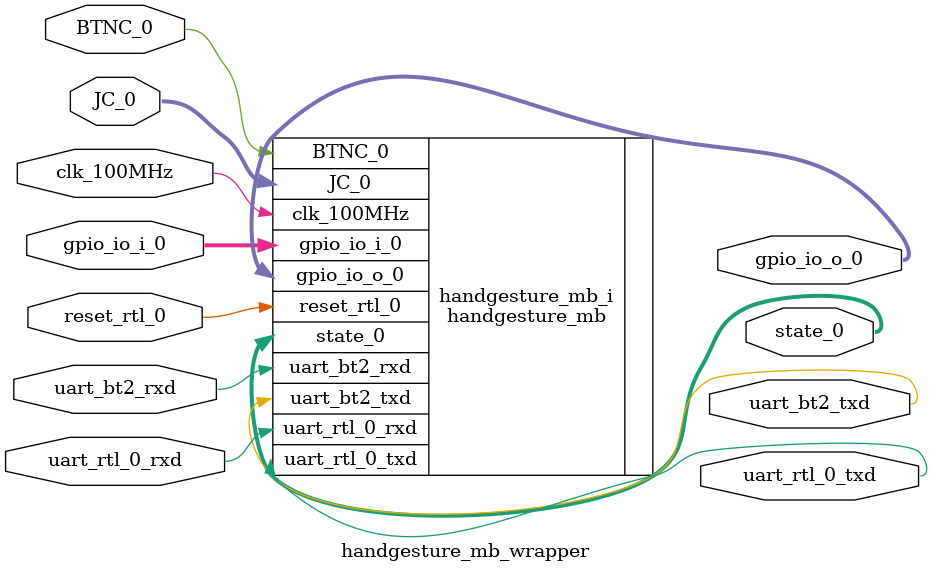
<source format=v>
`timescale 1 ps / 1 ps

module handgesture_mb_wrapper
   (BTNC_0,
    JC_0,
    clk_100MHz,
    gpio_io_i_0,
    gpio_io_o_0,
    reset_rtl_0,
    state_0,
    uart_bt2_rxd,
    uart_bt2_txd,
    uart_rtl_0_rxd,
    uart_rtl_0_txd);
  input BTNC_0;
  inout [5:1]JC_0;
  input clk_100MHz;
  input [1:0]gpio_io_i_0;
  output [1:0]gpio_io_o_0;
  input reset_rtl_0;
  output [7:0]state_0;
  input uart_bt2_rxd;
  output uart_bt2_txd;
  input uart_rtl_0_rxd;
  output uart_rtl_0_txd;

  wire BTNC_0;
  wire [5:1]JC_0;
  wire clk_100MHz;
  wire [1:0]gpio_io_i_0;
  wire [1:0]gpio_io_o_0;
  wire reset_rtl_0;
  wire [7:0]state_0;
  wire uart_bt2_rxd;
  wire uart_bt2_txd;
  wire uart_rtl_0_rxd;
  wire uart_rtl_0_txd;

  handgesture_mb handgesture_mb_i
       (.BTNC_0(BTNC_0),
        .JC_0(JC_0),
        .clk_100MHz(clk_100MHz),
        .gpio_io_i_0(gpio_io_i_0),
        .gpio_io_o_0(gpio_io_o_0),
        .reset_rtl_0(reset_rtl_0),
        .state_0(state_0),
        .uart_bt2_rxd(uart_bt2_rxd),
        .uart_bt2_txd(uart_bt2_txd),
        .uart_rtl_0_rxd(uart_rtl_0_rxd),
        .uart_rtl_0_txd(uart_rtl_0_txd));
endmodule

</source>
